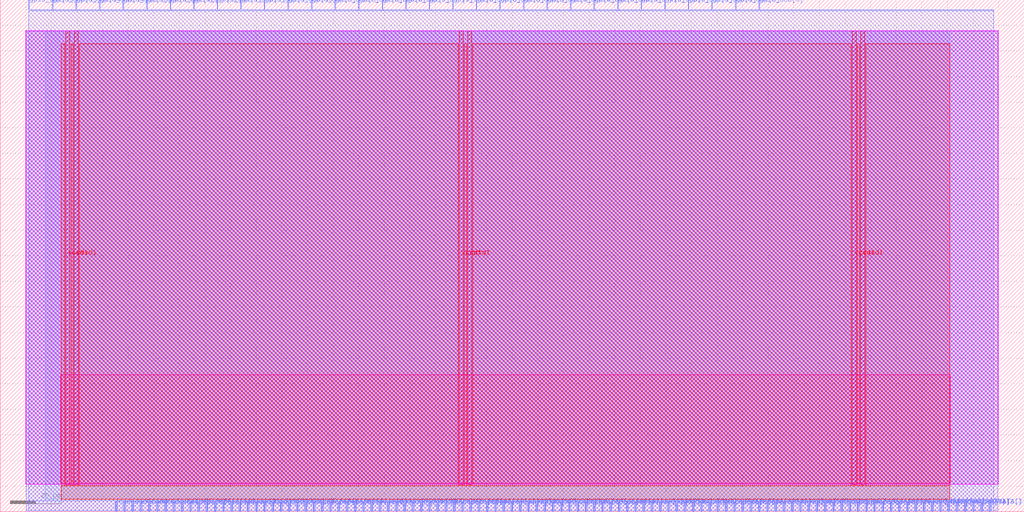
<source format=lef>
VERSION 5.7 ;
  NOWIREEXTENSIONATPIN ON ;
  DIVIDERCHAR "/" ;
  BUSBITCHARS "[]" ;
MACRO ahb_counter
  CLASS BLOCK ;
  FOREIGN ahb_counter ;
  ORIGIN 0.000 0.000 ;
  SIZE 400.000 BY 200.000 ;
  PIN HADDR[0]
    DIRECTION INPUT ;
    USE SIGNAL ;
    ANTENNAGATEAREA 0.126000 ;
    PORT
      LAYER met2 ;
        RECT 64.490 0.000 64.770 4.000 ;
    END
  END HADDR[0]
  PIN HADDR[10]
    DIRECTION INPUT ;
    USE SIGNAL ;
    ANTENNAGATEAREA 0.126000 ;
    PORT
      LAYER met2 ;
        RECT 177.190 0.000 177.470 4.000 ;
    END
  END HADDR[10]
  PIN HADDR[11]
    DIRECTION INPUT ;
    USE SIGNAL ;
    ANTENNAGATEAREA 0.126000 ;
    PORT
      LAYER met2 ;
        RECT 186.850 0.000 187.130 4.000 ;
    END
  END HADDR[11]
  PIN HADDR[12]
    DIRECTION INPUT ;
    USE SIGNAL ;
    ANTENNAGATEAREA 0.126000 ;
    PORT
      LAYER met2 ;
        RECT 196.510 0.000 196.790 4.000 ;
    END
  END HADDR[12]
  PIN HADDR[13]
    DIRECTION INPUT ;
    USE SIGNAL ;
    ANTENNAGATEAREA 0.126000 ;
    PORT
      LAYER met2 ;
        RECT 206.170 0.000 206.450 4.000 ;
    END
  END HADDR[13]
  PIN HADDR[14]
    DIRECTION INPUT ;
    USE SIGNAL ;
    ANTENNAGATEAREA 0.126000 ;
    PORT
      LAYER met2 ;
        RECT 215.830 0.000 216.110 4.000 ;
    END
  END HADDR[14]
  PIN HADDR[15]
    DIRECTION INPUT ;
    USE SIGNAL ;
    ANTENNAGATEAREA 0.126000 ;
    PORT
      LAYER met2 ;
        RECT 225.490 0.000 225.770 4.000 ;
    END
  END HADDR[15]
  PIN HADDR[16]
    DIRECTION INPUT ;
    USE SIGNAL ;
    PORT
      LAYER met2 ;
        RECT 235.150 0.000 235.430 4.000 ;
    END
  END HADDR[16]
  PIN HADDR[17]
    DIRECTION INPUT ;
    USE SIGNAL ;
    PORT
      LAYER met2 ;
        RECT 244.810 0.000 245.090 4.000 ;
    END
  END HADDR[17]
  PIN HADDR[18]
    DIRECTION INPUT ;
    USE SIGNAL ;
    PORT
      LAYER met2 ;
        RECT 254.470 0.000 254.750 4.000 ;
    END
  END HADDR[18]
  PIN HADDR[19]
    DIRECTION INPUT ;
    USE SIGNAL ;
    PORT
      LAYER met2 ;
        RECT 264.130 0.000 264.410 4.000 ;
    END
  END HADDR[19]
  PIN HADDR[1]
    DIRECTION INPUT ;
    USE SIGNAL ;
    ANTENNAGATEAREA 0.126000 ;
    PORT
      LAYER met2 ;
        RECT 80.590 0.000 80.870 4.000 ;
    END
  END HADDR[1]
  PIN HADDR[20]
    DIRECTION INPUT ;
    USE SIGNAL ;
    PORT
      LAYER met2 ;
        RECT 273.790 0.000 274.070 4.000 ;
    END
  END HADDR[20]
  PIN HADDR[21]
    DIRECTION INPUT ;
    USE SIGNAL ;
    PORT
      LAYER met2 ;
        RECT 283.450 0.000 283.730 4.000 ;
    END
  END HADDR[21]
  PIN HADDR[22]
    DIRECTION INPUT ;
    USE SIGNAL ;
    PORT
      LAYER met2 ;
        RECT 293.110 0.000 293.390 4.000 ;
    END
  END HADDR[22]
  PIN HADDR[23]
    DIRECTION INPUT ;
    USE SIGNAL ;
    PORT
      LAYER met2 ;
        RECT 302.770 0.000 303.050 4.000 ;
    END
  END HADDR[23]
  PIN HADDR[24]
    DIRECTION INPUT ;
    USE SIGNAL ;
    PORT
      LAYER met2 ;
        RECT 312.430 0.000 312.710 4.000 ;
    END
  END HADDR[24]
  PIN HADDR[25]
    DIRECTION INPUT ;
    USE SIGNAL ;
    PORT
      LAYER met2 ;
        RECT 322.090 0.000 322.370 4.000 ;
    END
  END HADDR[25]
  PIN HADDR[26]
    DIRECTION INPUT ;
    USE SIGNAL ;
    PORT
      LAYER met2 ;
        RECT 331.750 0.000 332.030 4.000 ;
    END
  END HADDR[26]
  PIN HADDR[27]
    DIRECTION INPUT ;
    USE SIGNAL ;
    PORT
      LAYER met2 ;
        RECT 341.410 0.000 341.690 4.000 ;
    END
  END HADDR[27]
  PIN HADDR[28]
    DIRECTION INPUT ;
    USE SIGNAL ;
    PORT
      LAYER met2 ;
        RECT 351.070 0.000 351.350 4.000 ;
    END
  END HADDR[28]
  PIN HADDR[29]
    DIRECTION INPUT ;
    USE SIGNAL ;
    PORT
      LAYER met2 ;
        RECT 360.730 0.000 361.010 4.000 ;
    END
  END HADDR[29]
  PIN HADDR[2]
    DIRECTION INPUT ;
    USE SIGNAL ;
    ANTENNAGATEAREA 0.126000 ;
    PORT
      LAYER met2 ;
        RECT 96.690 0.000 96.970 4.000 ;
    END
  END HADDR[2]
  PIN HADDR[30]
    DIRECTION INPUT ;
    USE SIGNAL ;
    PORT
      LAYER met2 ;
        RECT 370.390 0.000 370.670 4.000 ;
    END
  END HADDR[30]
  PIN HADDR[31]
    DIRECTION INPUT ;
    USE SIGNAL ;
    PORT
      LAYER met2 ;
        RECT 380.050 0.000 380.330 4.000 ;
    END
  END HADDR[31]
  PIN HADDR[3]
    DIRECTION INPUT ;
    USE SIGNAL ;
    ANTENNAGATEAREA 0.560700 ;
    ANTENNADIFFAREA 0.434700 ;
    PORT
      LAYER met2 ;
        RECT 109.570 0.000 109.850 4.000 ;
    END
  END HADDR[3]
  PIN HADDR[4]
    DIRECTION INPUT ;
    USE SIGNAL ;
    ANTENNAGATEAREA 0.126000 ;
    PORT
      LAYER met2 ;
        RECT 119.230 0.000 119.510 4.000 ;
    END
  END HADDR[4]
  PIN HADDR[5]
    DIRECTION INPUT ;
    USE SIGNAL ;
    ANTENNAGATEAREA 0.560700 ;
    ANTENNADIFFAREA 0.434700 ;
    PORT
      LAYER met2 ;
        RECT 128.890 0.000 129.170 4.000 ;
    END
  END HADDR[5]
  PIN HADDR[6]
    DIRECTION INPUT ;
    USE SIGNAL ;
    ANTENNAGATEAREA 0.126000 ;
    PORT
      LAYER met2 ;
        RECT 138.550 0.000 138.830 4.000 ;
    END
  END HADDR[6]
  PIN HADDR[7]
    DIRECTION INPUT ;
    USE SIGNAL ;
    ANTENNAGATEAREA 0.126000 ;
    PORT
      LAYER met2 ;
        RECT 148.210 0.000 148.490 4.000 ;
    END
  END HADDR[7]
  PIN HADDR[8]
    DIRECTION INPUT ;
    USE SIGNAL ;
    ANTENNAGATEAREA 0.560700 ;
    ANTENNADIFFAREA 0.434700 ;
    PORT
      LAYER met2 ;
        RECT 157.870 0.000 158.150 4.000 ;
    END
  END HADDR[8]
  PIN HADDR[9]
    DIRECTION INPUT ;
    USE SIGNAL ;
    ANTENNAGATEAREA 0.126000 ;
    PORT
      LAYER met2 ;
        RECT 167.530 0.000 167.810 4.000 ;
    END
  END HADDR[9]
  PIN HCLK
    DIRECTION INPUT ;
    USE SIGNAL ;
    ANTENNAGATEAREA 0.852000 ;
    PORT
      LAYER met2 ;
        RECT 45.170 0.000 45.450 4.000 ;
    END
  END HCLK
  PIN HRDATA[0]
    DIRECTION OUTPUT ;
    USE SIGNAL ;
    ANTENNADIFFAREA 2.673000 ;
    PORT
      LAYER met2 ;
        RECT 67.710 0.000 67.990 4.000 ;
    END
  END HRDATA[0]
  PIN HRDATA[10]
    DIRECTION OUTPUT ;
    USE SIGNAL ;
    ANTENNADIFFAREA 2.673000 ;
    PORT
      LAYER met2 ;
        RECT 180.410 0.000 180.690 4.000 ;
    END
  END HRDATA[10]
  PIN HRDATA[11]
    DIRECTION OUTPUT ;
    USE SIGNAL ;
    ANTENNADIFFAREA 2.673000 ;
    PORT
      LAYER met2 ;
        RECT 190.070 0.000 190.350 4.000 ;
    END
  END HRDATA[11]
  PIN HRDATA[12]
    DIRECTION OUTPUT ;
    USE SIGNAL ;
    ANTENNADIFFAREA 2.673000 ;
    PORT
      LAYER met2 ;
        RECT 199.730 0.000 200.010 4.000 ;
    END
  END HRDATA[12]
  PIN HRDATA[13]
    DIRECTION OUTPUT ;
    USE SIGNAL ;
    ANTENNADIFFAREA 2.673000 ;
    PORT
      LAYER met2 ;
        RECT 209.390 0.000 209.670 4.000 ;
    END
  END HRDATA[13]
  PIN HRDATA[14]
    DIRECTION OUTPUT ;
    USE SIGNAL ;
    ANTENNADIFFAREA 2.673000 ;
    PORT
      LAYER met2 ;
        RECT 219.050 0.000 219.330 4.000 ;
    END
  END HRDATA[14]
  PIN HRDATA[15]
    DIRECTION OUTPUT ;
    USE SIGNAL ;
    ANTENNADIFFAREA 2.673000 ;
    PORT
      LAYER met2 ;
        RECT 228.710 0.000 228.990 4.000 ;
    END
  END HRDATA[15]
  PIN HRDATA[16]
    DIRECTION OUTPUT ;
    USE SIGNAL ;
    ANTENNADIFFAREA 2.673000 ;
    PORT
      LAYER met2 ;
        RECT 238.370 0.000 238.650 4.000 ;
    END
  END HRDATA[16]
  PIN HRDATA[17]
    DIRECTION OUTPUT ;
    USE SIGNAL ;
    PORT
      LAYER met2 ;
        RECT 248.030 0.000 248.310 4.000 ;
    END
  END HRDATA[17]
  PIN HRDATA[18]
    DIRECTION OUTPUT ;
    USE SIGNAL ;
    ANTENNADIFFAREA 2.673000 ;
    PORT
      LAYER met2 ;
        RECT 257.690 0.000 257.970 4.000 ;
    END
  END HRDATA[18]
  PIN HRDATA[19]
    DIRECTION OUTPUT ;
    USE SIGNAL ;
    ANTENNADIFFAREA 2.673000 ;
    PORT
      LAYER met2 ;
        RECT 267.350 0.000 267.630 4.000 ;
    END
  END HRDATA[19]
  PIN HRDATA[1]
    DIRECTION OUTPUT ;
    USE SIGNAL ;
    ANTENNADIFFAREA 2.673000 ;
    PORT
      LAYER met2 ;
        RECT 83.810 0.000 84.090 4.000 ;
    END
  END HRDATA[1]
  PIN HRDATA[20]
    DIRECTION OUTPUT ;
    USE SIGNAL ;
    PORT
      LAYER met2 ;
        RECT 277.010 0.000 277.290 4.000 ;
    END
  END HRDATA[20]
  PIN HRDATA[21]
    DIRECTION OUTPUT ;
    USE SIGNAL ;
    ANTENNADIFFAREA 2.673000 ;
    PORT
      LAYER met2 ;
        RECT 286.670 0.000 286.950 4.000 ;
    END
  END HRDATA[21]
  PIN HRDATA[22]
    DIRECTION OUTPUT ;
    USE SIGNAL ;
    PORT
      LAYER met2 ;
        RECT 296.330 0.000 296.610 4.000 ;
    END
  END HRDATA[22]
  PIN HRDATA[23]
    DIRECTION OUTPUT ;
    USE SIGNAL ;
    ANTENNADIFFAREA 2.673000 ;
    PORT
      LAYER met2 ;
        RECT 305.990 0.000 306.270 4.000 ;
    END
  END HRDATA[23]
  PIN HRDATA[24]
    DIRECTION OUTPUT ;
    USE SIGNAL ;
    PORT
      LAYER met2 ;
        RECT 315.650 0.000 315.930 4.000 ;
    END
  END HRDATA[24]
  PIN HRDATA[25]
    DIRECTION OUTPUT ;
    USE SIGNAL ;
    ANTENNADIFFAREA 2.673000 ;
    PORT
      LAYER met2 ;
        RECT 325.310 0.000 325.590 4.000 ;
    END
  END HRDATA[25]
  PIN HRDATA[26]
    DIRECTION OUTPUT ;
    USE SIGNAL ;
    ANTENNADIFFAREA 2.673000 ;
    PORT
      LAYER met2 ;
        RECT 334.970 0.000 335.250 4.000 ;
    END
  END HRDATA[26]
  PIN HRDATA[27]
    DIRECTION OUTPUT ;
    USE SIGNAL ;
    ANTENNADIFFAREA 2.673000 ;
    PORT
      LAYER met2 ;
        RECT 344.630 0.000 344.910 4.000 ;
    END
  END HRDATA[27]
  PIN HRDATA[28]
    DIRECTION OUTPUT ;
    USE SIGNAL ;
    ANTENNADIFFAREA 2.673000 ;
    PORT
      LAYER met2 ;
        RECT 354.290 0.000 354.570 4.000 ;
    END
  END HRDATA[28]
  PIN HRDATA[29]
    DIRECTION OUTPUT ;
    USE SIGNAL ;
    PORT
      LAYER met2 ;
        RECT 363.950 0.000 364.230 4.000 ;
    END
  END HRDATA[29]
  PIN HRDATA[2]
    DIRECTION OUTPUT ;
    USE SIGNAL ;
    ANTENNADIFFAREA 2.673000 ;
    PORT
      LAYER met2 ;
        RECT 99.910 0.000 100.190 4.000 ;
    END
  END HRDATA[2]
  PIN HRDATA[30]
    DIRECTION OUTPUT ;
    USE SIGNAL ;
    ANTENNADIFFAREA 2.673000 ;
    PORT
      LAYER met2 ;
        RECT 373.610 0.000 373.890 4.000 ;
    END
  END HRDATA[30]
  PIN HRDATA[31]
    DIRECTION OUTPUT ;
    USE SIGNAL ;
    ANTENNADIFFAREA 2.673000 ;
    PORT
      LAYER met2 ;
        RECT 383.270 0.000 383.550 4.000 ;
    END
  END HRDATA[31]
  PIN HRDATA[3]
    DIRECTION OUTPUT ;
    USE SIGNAL ;
    ANTENNADIFFAREA 2.673000 ;
    PORT
      LAYER met2 ;
        RECT 112.790 0.000 113.070 4.000 ;
    END
  END HRDATA[3]
  PIN HRDATA[4]
    DIRECTION OUTPUT ;
    USE SIGNAL ;
    ANTENNADIFFAREA 3.180800 ;
    PORT
      LAYER met2 ;
        RECT 122.450 0.000 122.730 4.000 ;
    END
  END HRDATA[4]
  PIN HRDATA[5]
    DIRECTION OUTPUT ;
    USE SIGNAL ;
    ANTENNADIFFAREA 2.673000 ;
    PORT
      LAYER met2 ;
        RECT 132.110 0.000 132.390 4.000 ;
    END
  END HRDATA[5]
  PIN HRDATA[6]
    DIRECTION OUTPUT ;
    USE SIGNAL ;
    ANTENNADIFFAREA 2.673000 ;
    PORT
      LAYER met2 ;
        RECT 141.770 0.000 142.050 4.000 ;
    END
  END HRDATA[6]
  PIN HRDATA[7]
    DIRECTION OUTPUT ;
    USE SIGNAL ;
    ANTENNADIFFAREA 2.673000 ;
    PORT
      LAYER met2 ;
        RECT 151.430 0.000 151.710 4.000 ;
    END
  END HRDATA[7]
  PIN HRDATA[8]
    DIRECTION OUTPUT ;
    USE SIGNAL ;
    ANTENNADIFFAREA 2.673000 ;
    PORT
      LAYER met2 ;
        RECT 161.090 0.000 161.370 4.000 ;
    END
  END HRDATA[8]
  PIN HRDATA[9]
    DIRECTION OUTPUT ;
    USE SIGNAL ;
    ANTENNADIFFAREA 2.673000 ;
    PORT
      LAYER met2 ;
        RECT 170.750 0.000 171.030 4.000 ;
    END
  END HRDATA[9]
  PIN HREADY
    DIRECTION INPUT ;
    USE SIGNAL ;
    ANTENNAGATEAREA 0.126000 ;
    PORT
      LAYER met2 ;
        RECT 48.390 0.000 48.670 4.000 ;
    END
  END HREADY
  PIN HREADYOUT
    DIRECTION OUTPUT ;
    USE SIGNAL ;
    PORT
      LAYER met2 ;
        RECT 51.610 0.000 51.890 4.000 ;
    END
  END HREADYOUT
  PIN HRESETn
    DIRECTION INPUT ;
    USE SIGNAL ;
    ANTENNAGATEAREA 0.126000 ;
    PORT
      LAYER met2 ;
        RECT 54.830 0.000 55.110 4.000 ;
    END
  END HRESETn
  PIN HSEL
    DIRECTION INPUT ;
    USE SIGNAL ;
    ANTENNAGATEAREA 0.196500 ;
    PORT
      LAYER met2 ;
        RECT 58.050 0.000 58.330 4.000 ;
    END
  END HSEL
  PIN HSIZE[0]
    DIRECTION INPUT ;
    USE SIGNAL ;
    PORT
      LAYER met2 ;
        RECT 70.930 0.000 71.210 4.000 ;
    END
  END HSIZE[0]
  PIN HSIZE[1]
    DIRECTION INPUT ;
    USE SIGNAL ;
    PORT
      LAYER met2 ;
        RECT 87.030 0.000 87.310 4.000 ;
    END
  END HSIZE[1]
  PIN HSIZE[2]
    DIRECTION INPUT ;
    USE SIGNAL ;
    PORT
      LAYER met2 ;
        RECT 103.130 0.000 103.410 4.000 ;
    END
  END HSIZE[2]
  PIN HTRANS[0]
    DIRECTION INPUT ;
    USE SIGNAL ;
    PORT
      LAYER met2 ;
        RECT 74.150 0.000 74.430 4.000 ;
    END
  END HTRANS[0]
  PIN HTRANS[1]
    DIRECTION INPUT ;
    USE SIGNAL ;
    ANTENNAGATEAREA 0.560700 ;
    ANTENNADIFFAREA 0.434700 ;
    PORT
      LAYER met2 ;
        RECT 90.250 0.000 90.530 4.000 ;
    END
  END HTRANS[1]
  PIN HWDATA[0]
    DIRECTION INPUT ;
    USE SIGNAL ;
    ANTENNAGATEAREA 0.126000 ;
    PORT
      LAYER met2 ;
        RECT 77.370 0.000 77.650 4.000 ;
    END
  END HWDATA[0]
  PIN HWDATA[10]
    DIRECTION INPUT ;
    USE SIGNAL ;
    ANTENNAGATEAREA 0.126000 ;
    PORT
      LAYER met2 ;
        RECT 183.630 0.000 183.910 4.000 ;
    END
  END HWDATA[10]
  PIN HWDATA[11]
    DIRECTION INPUT ;
    USE SIGNAL ;
    ANTENNAGATEAREA 0.560700 ;
    ANTENNADIFFAREA 0.434700 ;
    PORT
      LAYER met2 ;
        RECT 193.290 0.000 193.570 4.000 ;
    END
  END HWDATA[11]
  PIN HWDATA[12]
    DIRECTION INPUT ;
    USE SIGNAL ;
    ANTENNAGATEAREA 0.126000 ;
    PORT
      LAYER met2 ;
        RECT 202.950 0.000 203.230 4.000 ;
    END
  END HWDATA[12]
  PIN HWDATA[13]
    DIRECTION INPUT ;
    USE SIGNAL ;
    ANTENNAGATEAREA 0.126000 ;
    PORT
      LAYER met2 ;
        RECT 212.610 0.000 212.890 4.000 ;
    END
  END HWDATA[13]
  PIN HWDATA[14]
    DIRECTION INPUT ;
    USE SIGNAL ;
    ANTENNAGATEAREA 0.126000 ;
    PORT
      LAYER met2 ;
        RECT 222.270 0.000 222.550 4.000 ;
    END
  END HWDATA[14]
  PIN HWDATA[15]
    DIRECTION INPUT ;
    USE SIGNAL ;
    ANTENNAGATEAREA 0.126000 ;
    PORT
      LAYER met2 ;
        RECT 231.930 0.000 232.210 4.000 ;
    END
  END HWDATA[15]
  PIN HWDATA[16]
    DIRECTION INPUT ;
    USE SIGNAL ;
    PORT
      LAYER met2 ;
        RECT 241.590 0.000 241.870 4.000 ;
    END
  END HWDATA[16]
  PIN HWDATA[17]
    DIRECTION INPUT ;
    USE SIGNAL ;
    PORT
      LAYER met2 ;
        RECT 251.250 0.000 251.530 4.000 ;
    END
  END HWDATA[17]
  PIN HWDATA[18]
    DIRECTION INPUT ;
    USE SIGNAL ;
    PORT
      LAYER met2 ;
        RECT 260.910 0.000 261.190 4.000 ;
    END
  END HWDATA[18]
  PIN HWDATA[19]
    DIRECTION INPUT ;
    USE SIGNAL ;
    PORT
      LAYER met2 ;
        RECT 270.570 0.000 270.850 4.000 ;
    END
  END HWDATA[19]
  PIN HWDATA[1]
    DIRECTION INPUT ;
    USE SIGNAL ;
    ANTENNAGATEAREA 0.560700 ;
    ANTENNADIFFAREA 0.434700 ;
    PORT
      LAYER met2 ;
        RECT 93.470 0.000 93.750 4.000 ;
    END
  END HWDATA[1]
  PIN HWDATA[20]
    DIRECTION INPUT ;
    USE SIGNAL ;
    PORT
      LAYER met2 ;
        RECT 280.230 0.000 280.510 4.000 ;
    END
  END HWDATA[20]
  PIN HWDATA[21]
    DIRECTION INPUT ;
    USE SIGNAL ;
    PORT
      LAYER met2 ;
        RECT 289.890 0.000 290.170 4.000 ;
    END
  END HWDATA[21]
  PIN HWDATA[22]
    DIRECTION INPUT ;
    USE SIGNAL ;
    PORT
      LAYER met2 ;
        RECT 299.550 0.000 299.830 4.000 ;
    END
  END HWDATA[22]
  PIN HWDATA[23]
    DIRECTION INPUT ;
    USE SIGNAL ;
    PORT
      LAYER met2 ;
        RECT 309.210 0.000 309.490 4.000 ;
    END
  END HWDATA[23]
  PIN HWDATA[24]
    DIRECTION INPUT ;
    USE SIGNAL ;
    PORT
      LAYER met2 ;
        RECT 318.870 0.000 319.150 4.000 ;
    END
  END HWDATA[24]
  PIN HWDATA[25]
    DIRECTION INPUT ;
    USE SIGNAL ;
    PORT
      LAYER met2 ;
        RECT 328.530 0.000 328.810 4.000 ;
    END
  END HWDATA[25]
  PIN HWDATA[26]
    DIRECTION INPUT ;
    USE SIGNAL ;
    PORT
      LAYER met2 ;
        RECT 338.190 0.000 338.470 4.000 ;
    END
  END HWDATA[26]
  PIN HWDATA[27]
    DIRECTION INPUT ;
    USE SIGNAL ;
    PORT
      LAYER met2 ;
        RECT 347.850 0.000 348.130 4.000 ;
    END
  END HWDATA[27]
  PIN HWDATA[28]
    DIRECTION INPUT ;
    USE SIGNAL ;
    PORT
      LAYER met2 ;
        RECT 357.510 0.000 357.790 4.000 ;
    END
  END HWDATA[28]
  PIN HWDATA[29]
    DIRECTION INPUT ;
    USE SIGNAL ;
    PORT
      LAYER met2 ;
        RECT 367.170 0.000 367.450 4.000 ;
    END
  END HWDATA[29]
  PIN HWDATA[2]
    DIRECTION INPUT ;
    USE SIGNAL ;
    ANTENNAGATEAREA 0.560700 ;
    ANTENNADIFFAREA 0.434700 ;
    PORT
      LAYER met2 ;
        RECT 106.350 0.000 106.630 4.000 ;
    END
  END HWDATA[2]
  PIN HWDATA[30]
    DIRECTION INPUT ;
    USE SIGNAL ;
    PORT
      LAYER met2 ;
        RECT 376.830 0.000 377.110 4.000 ;
    END
  END HWDATA[30]
  PIN HWDATA[31]
    DIRECTION INPUT ;
    USE SIGNAL ;
    PORT
      LAYER met2 ;
        RECT 386.490 0.000 386.770 4.000 ;
    END
  END HWDATA[31]
  PIN HWDATA[3]
    DIRECTION INPUT ;
    USE SIGNAL ;
    ANTENNAGATEAREA 0.560700 ;
    ANTENNADIFFAREA 0.434700 ;
    PORT
      LAYER met2 ;
        RECT 116.010 0.000 116.290 4.000 ;
    END
  END HWDATA[3]
  PIN HWDATA[4]
    DIRECTION INPUT ;
    USE SIGNAL ;
    ANTENNAGATEAREA 0.560700 ;
    ANTENNADIFFAREA 0.434700 ;
    PORT
      LAYER met2 ;
        RECT 125.670 0.000 125.950 4.000 ;
    END
  END HWDATA[4]
  PIN HWDATA[5]
    DIRECTION INPUT ;
    USE SIGNAL ;
    ANTENNAGATEAREA 0.560700 ;
    ANTENNADIFFAREA 0.434700 ;
    PORT
      LAYER met2 ;
        RECT 135.330 0.000 135.610 4.000 ;
    END
  END HWDATA[5]
  PIN HWDATA[6]
    DIRECTION INPUT ;
    USE SIGNAL ;
    ANTENNAGATEAREA 0.560700 ;
    ANTENNADIFFAREA 0.434700 ;
    PORT
      LAYER met2 ;
        RECT 144.990 0.000 145.270 4.000 ;
    END
  END HWDATA[6]
  PIN HWDATA[7]
    DIRECTION INPUT ;
    USE SIGNAL ;
    ANTENNAGATEAREA 0.126000 ;
    PORT
      LAYER met2 ;
        RECT 154.650 0.000 154.930 4.000 ;
    END
  END HWDATA[7]
  PIN HWDATA[8]
    DIRECTION INPUT ;
    USE SIGNAL ;
    ANTENNAGATEAREA 0.126000 ;
    PORT
      LAYER met2 ;
        RECT 164.310 0.000 164.590 4.000 ;
    END
  END HWDATA[8]
  PIN HWDATA[9]
    DIRECTION INPUT ;
    USE SIGNAL ;
    ANTENNAGATEAREA 0.560700 ;
    ANTENNADIFFAREA 0.434700 ;
    PORT
      LAYER met2 ;
        RECT 173.970 0.000 174.250 4.000 ;
    END
  END HWDATA[9]
  PIN HWRITE
    DIRECTION INPUT ;
    USE SIGNAL ;
    ANTENNAGATEAREA 0.126000 ;
    PORT
      LAYER met2 ;
        RECT 61.270 0.000 61.550 4.000 ;
    END
  END HWRITE
  PIN gpio_oeb[0]
    DIRECTION OUTPUT ;
    USE SIGNAL ;
    ANTENNADIFFAREA 2.673000 ;
    PORT
      LAYER met2 ;
        RECT 296.330 196.000 296.610 200.000 ;
    END
  END gpio_oeb[0]
  PIN gpio_oeb[10]
    DIRECTION OUTPUT ;
    USE SIGNAL ;
    ANTENNADIFFAREA 2.673000 ;
    PORT
      LAYER met2 ;
        RECT 112.330 196.000 112.610 200.000 ;
    END
  END gpio_oeb[10]
  PIN gpio_oeb[11]
    DIRECTION OUTPUT ;
    USE SIGNAL ;
    ANTENNADIFFAREA 2.673000 ;
    PORT
      LAYER met2 ;
        RECT 93.930 196.000 94.210 200.000 ;
    END
  END gpio_oeb[11]
  PIN gpio_oeb[12]
    DIRECTION OUTPUT ;
    USE SIGNAL ;
    ANTENNADIFFAREA 2.673000 ;
    PORT
      LAYER met2 ;
        RECT 75.530 196.000 75.810 200.000 ;
    END
  END gpio_oeb[12]
  PIN gpio_oeb[13]
    DIRECTION OUTPUT ;
    USE SIGNAL ;
    ANTENNADIFFAREA 2.673000 ;
    PORT
      LAYER met2 ;
        RECT 57.130 196.000 57.410 200.000 ;
    END
  END gpio_oeb[13]
  PIN gpio_oeb[14]
    DIRECTION OUTPUT ;
    USE SIGNAL ;
    ANTENNADIFFAREA 2.673000 ;
    PORT
      LAYER met2 ;
        RECT 38.730 196.000 39.010 200.000 ;
    END
  END gpio_oeb[14]
  PIN gpio_oeb[15]
    DIRECTION OUTPUT ;
    USE SIGNAL ;
    ANTENNADIFFAREA 2.673000 ;
    PORT
      LAYER met2 ;
        RECT 20.330 196.000 20.610 200.000 ;
    END
  END gpio_oeb[15]
  PIN gpio_oeb[1]
    DIRECTION OUTPUT ;
    USE SIGNAL ;
    ANTENNADIFFAREA 2.673000 ;
    PORT
      LAYER met2 ;
        RECT 277.930 196.000 278.210 200.000 ;
    END
  END gpio_oeb[1]
  PIN gpio_oeb[2]
    DIRECTION OUTPUT ;
    USE SIGNAL ;
    ANTENNADIFFAREA 2.673000 ;
    PORT
      LAYER met2 ;
        RECT 259.530 196.000 259.810 200.000 ;
    END
  END gpio_oeb[2]
  PIN gpio_oeb[3]
    DIRECTION OUTPUT ;
    USE SIGNAL ;
    ANTENNADIFFAREA 2.673000 ;
    PORT
      LAYER met2 ;
        RECT 241.130 196.000 241.410 200.000 ;
    END
  END gpio_oeb[3]
  PIN gpio_oeb[4]
    DIRECTION OUTPUT ;
    USE SIGNAL ;
    ANTENNADIFFAREA 2.673000 ;
    PORT
      LAYER met2 ;
        RECT 222.730 196.000 223.010 200.000 ;
    END
  END gpio_oeb[4]
  PIN gpio_oeb[5]
    DIRECTION OUTPUT ;
    USE SIGNAL ;
    ANTENNADIFFAREA 2.673000 ;
    PORT
      LAYER met2 ;
        RECT 204.330 196.000 204.610 200.000 ;
    END
  END gpio_oeb[5]
  PIN gpio_oeb[6]
    DIRECTION OUTPUT ;
    USE SIGNAL ;
    ANTENNADIFFAREA 2.673000 ;
    PORT
      LAYER met2 ;
        RECT 185.930 196.000 186.210 200.000 ;
    END
  END gpio_oeb[6]
  PIN gpio_oeb[7]
    DIRECTION OUTPUT ;
    USE SIGNAL ;
    ANTENNADIFFAREA 2.673000 ;
    PORT
      LAYER met2 ;
        RECT 167.530 196.000 167.810 200.000 ;
    END
  END gpio_oeb[7]
  PIN gpio_oeb[8]
    DIRECTION OUTPUT ;
    USE SIGNAL ;
    ANTENNADIFFAREA 2.673000 ;
    PORT
      LAYER met2 ;
        RECT 149.130 196.000 149.410 200.000 ;
    END
  END gpio_oeb[8]
  PIN gpio_oeb[9]
    DIRECTION OUTPUT ;
    USE SIGNAL ;
    ANTENNADIFFAREA 2.673000 ;
    PORT
      LAYER met2 ;
        RECT 130.730 196.000 131.010 200.000 ;
    END
  END gpio_oeb[9]
  PIN gpio_out[0]
    DIRECTION OUTPUT ;
    USE SIGNAL ;
    ANTENNADIFFAREA 2.673000 ;
    PORT
      LAYER met2 ;
        RECT 287.130 196.000 287.410 200.000 ;
    END
  END gpio_out[0]
  PIN gpio_out[10]
    DIRECTION OUTPUT ;
    USE SIGNAL ;
    ANTENNADIFFAREA 2.673000 ;
    PORT
      LAYER met2 ;
        RECT 103.130 196.000 103.410 200.000 ;
    END
  END gpio_out[10]
  PIN gpio_out[11]
    DIRECTION OUTPUT ;
    USE SIGNAL ;
    ANTENNADIFFAREA 2.673000 ;
    PORT
      LAYER met2 ;
        RECT 84.730 196.000 85.010 200.000 ;
    END
  END gpio_out[11]
  PIN gpio_out[12]
    DIRECTION OUTPUT ;
    USE SIGNAL ;
    ANTENNADIFFAREA 2.673000 ;
    PORT
      LAYER met2 ;
        RECT 66.330 196.000 66.610 200.000 ;
    END
  END gpio_out[12]
  PIN gpio_out[13]
    DIRECTION OUTPUT ;
    USE SIGNAL ;
    ANTENNADIFFAREA 2.673000 ;
    PORT
      LAYER met2 ;
        RECT 47.930 196.000 48.210 200.000 ;
    END
  END gpio_out[13]
  PIN gpio_out[14]
    DIRECTION OUTPUT ;
    USE SIGNAL ;
    ANTENNADIFFAREA 2.673000 ;
    PORT
      LAYER met2 ;
        RECT 29.530 196.000 29.810 200.000 ;
    END
  END gpio_out[14]
  PIN gpio_out[15]
    DIRECTION OUTPUT ;
    USE SIGNAL ;
    ANTENNADIFFAREA 2.673000 ;
    PORT
      LAYER met2 ;
        RECT 11.130 196.000 11.410 200.000 ;
    END
  END gpio_out[15]
  PIN gpio_out[1]
    DIRECTION OUTPUT ;
    USE SIGNAL ;
    ANTENNADIFFAREA 2.673000 ;
    PORT
      LAYER met2 ;
        RECT 268.730 196.000 269.010 200.000 ;
    END
  END gpio_out[1]
  PIN gpio_out[2]
    DIRECTION OUTPUT ;
    USE SIGNAL ;
    ANTENNADIFFAREA 2.673000 ;
    PORT
      LAYER met2 ;
        RECT 250.330 196.000 250.610 200.000 ;
    END
  END gpio_out[2]
  PIN gpio_out[3]
    DIRECTION OUTPUT ;
    USE SIGNAL ;
    ANTENNADIFFAREA 2.673000 ;
    PORT
      LAYER met2 ;
        RECT 231.930 196.000 232.210 200.000 ;
    END
  END gpio_out[3]
  PIN gpio_out[4]
    DIRECTION OUTPUT ;
    USE SIGNAL ;
    ANTENNADIFFAREA 2.673000 ;
    PORT
      LAYER met2 ;
        RECT 213.530 196.000 213.810 200.000 ;
    END
  END gpio_out[4]
  PIN gpio_out[5]
    DIRECTION OUTPUT ;
    USE SIGNAL ;
    ANTENNADIFFAREA 2.673000 ;
    PORT
      LAYER met2 ;
        RECT 195.130 196.000 195.410 200.000 ;
    END
  END gpio_out[5]
  PIN gpio_out[6]
    DIRECTION OUTPUT ;
    USE SIGNAL ;
    ANTENNADIFFAREA 2.673000 ;
    PORT
      LAYER met2 ;
        RECT 176.730 196.000 177.010 200.000 ;
    END
  END gpio_out[6]
  PIN gpio_out[7]
    DIRECTION OUTPUT ;
    USE SIGNAL ;
    ANTENNADIFFAREA 2.673000 ;
    PORT
      LAYER met2 ;
        RECT 158.330 196.000 158.610 200.000 ;
    END
  END gpio_out[7]
  PIN gpio_out[8]
    DIRECTION OUTPUT ;
    USE SIGNAL ;
    ANTENNADIFFAREA 2.673000 ;
    PORT
      LAYER met2 ;
        RECT 139.930 196.000 140.210 200.000 ;
    END
  END gpio_out[8]
  PIN gpio_out[9]
    DIRECTION OUTPUT ;
    USE SIGNAL ;
    ANTENNADIFFAREA 2.673000 ;
    PORT
      LAYER met2 ;
        RECT 121.530 196.000 121.810 200.000 ;
    END
  END gpio_out[9]
  PIN vccd1
    DIRECTION INOUT ;
    USE POWER ;
    PORT
      LAYER met4 ;
        RECT 25.640 10.640 27.240 187.920 ;
    END
    PORT
      LAYER met4 ;
        RECT 179.240 10.640 180.840 187.920 ;
    END
    PORT
      LAYER met4 ;
        RECT 332.840 10.640 334.440 187.920 ;
    END
  END vccd1
  PIN vssd1
    DIRECTION INOUT ;
    USE GROUND ;
    PORT
      LAYER met4 ;
        RECT 28.940 10.640 30.540 187.920 ;
    END
    PORT
      LAYER met4 ;
        RECT 182.540 10.640 184.140 187.920 ;
    END
    PORT
      LAYER met4 ;
        RECT 336.140 10.640 337.740 187.920 ;
    END
  END vssd1
  OBS
      LAYER nwell ;
        RECT 9.930 10.795 389.810 187.870 ;
      LAYER li1 ;
        RECT 10.120 10.795 389.620 187.765 ;
      LAYER met1 ;
        RECT 10.120 0.380 389.620 187.920 ;
      LAYER met2 ;
        RECT 11.690 195.720 20.050 196.000 ;
        RECT 20.890 195.720 29.250 196.000 ;
        RECT 30.090 195.720 38.450 196.000 ;
        RECT 39.290 195.720 47.650 196.000 ;
        RECT 48.490 195.720 56.850 196.000 ;
        RECT 57.690 195.720 66.050 196.000 ;
        RECT 66.890 195.720 75.250 196.000 ;
        RECT 76.090 195.720 84.450 196.000 ;
        RECT 85.290 195.720 93.650 196.000 ;
        RECT 94.490 195.720 102.850 196.000 ;
        RECT 103.690 195.720 112.050 196.000 ;
        RECT 112.890 195.720 121.250 196.000 ;
        RECT 122.090 195.720 130.450 196.000 ;
        RECT 131.290 195.720 139.650 196.000 ;
        RECT 140.490 195.720 148.850 196.000 ;
        RECT 149.690 195.720 158.050 196.000 ;
        RECT 158.890 195.720 167.250 196.000 ;
        RECT 168.090 195.720 176.450 196.000 ;
        RECT 177.290 195.720 185.650 196.000 ;
        RECT 186.490 195.720 194.850 196.000 ;
        RECT 195.690 195.720 204.050 196.000 ;
        RECT 204.890 195.720 213.250 196.000 ;
        RECT 214.090 195.720 222.450 196.000 ;
        RECT 223.290 195.720 231.650 196.000 ;
        RECT 232.490 195.720 240.850 196.000 ;
        RECT 241.690 195.720 250.050 196.000 ;
        RECT 250.890 195.720 259.250 196.000 ;
        RECT 260.090 195.720 268.450 196.000 ;
        RECT 269.290 195.720 277.650 196.000 ;
        RECT 278.490 195.720 286.850 196.000 ;
        RECT 287.690 195.720 296.050 196.000 ;
        RECT 296.890 195.720 388.140 196.000 ;
        RECT 11.140 4.280 388.140 195.720 ;
        RECT 11.140 0.350 44.890 4.280 ;
        RECT 45.730 0.350 48.110 4.280 ;
        RECT 48.950 0.350 51.330 4.280 ;
        RECT 52.170 0.350 54.550 4.280 ;
        RECT 55.390 0.350 57.770 4.280 ;
        RECT 58.610 0.350 60.990 4.280 ;
        RECT 61.830 0.350 64.210 4.280 ;
        RECT 65.050 0.350 67.430 4.280 ;
        RECT 68.270 0.350 70.650 4.280 ;
        RECT 71.490 0.350 73.870 4.280 ;
        RECT 74.710 0.350 77.090 4.280 ;
        RECT 77.930 0.350 80.310 4.280 ;
        RECT 81.150 0.350 83.530 4.280 ;
        RECT 84.370 0.350 86.750 4.280 ;
        RECT 87.590 0.350 89.970 4.280 ;
        RECT 90.810 0.350 93.190 4.280 ;
        RECT 94.030 0.350 96.410 4.280 ;
        RECT 97.250 0.350 99.630 4.280 ;
        RECT 100.470 0.350 102.850 4.280 ;
        RECT 103.690 0.350 106.070 4.280 ;
        RECT 106.910 0.350 109.290 4.280 ;
        RECT 110.130 0.350 112.510 4.280 ;
        RECT 113.350 0.350 115.730 4.280 ;
        RECT 116.570 0.350 118.950 4.280 ;
        RECT 119.790 0.350 122.170 4.280 ;
        RECT 123.010 0.350 125.390 4.280 ;
        RECT 126.230 0.350 128.610 4.280 ;
        RECT 129.450 0.350 131.830 4.280 ;
        RECT 132.670 0.350 135.050 4.280 ;
        RECT 135.890 0.350 138.270 4.280 ;
        RECT 139.110 0.350 141.490 4.280 ;
        RECT 142.330 0.350 144.710 4.280 ;
        RECT 145.550 0.350 147.930 4.280 ;
        RECT 148.770 0.350 151.150 4.280 ;
        RECT 151.990 0.350 154.370 4.280 ;
        RECT 155.210 0.350 157.590 4.280 ;
        RECT 158.430 0.350 160.810 4.280 ;
        RECT 161.650 0.350 164.030 4.280 ;
        RECT 164.870 0.350 167.250 4.280 ;
        RECT 168.090 0.350 170.470 4.280 ;
        RECT 171.310 0.350 173.690 4.280 ;
        RECT 174.530 0.350 176.910 4.280 ;
        RECT 177.750 0.350 180.130 4.280 ;
        RECT 180.970 0.350 183.350 4.280 ;
        RECT 184.190 0.350 186.570 4.280 ;
        RECT 187.410 0.350 189.790 4.280 ;
        RECT 190.630 0.350 193.010 4.280 ;
        RECT 193.850 0.350 196.230 4.280 ;
        RECT 197.070 0.350 199.450 4.280 ;
        RECT 200.290 0.350 202.670 4.280 ;
        RECT 203.510 0.350 205.890 4.280 ;
        RECT 206.730 0.350 209.110 4.280 ;
        RECT 209.950 0.350 212.330 4.280 ;
        RECT 213.170 0.350 215.550 4.280 ;
        RECT 216.390 0.350 218.770 4.280 ;
        RECT 219.610 0.350 221.990 4.280 ;
        RECT 222.830 0.350 225.210 4.280 ;
        RECT 226.050 0.350 228.430 4.280 ;
        RECT 229.270 0.350 231.650 4.280 ;
        RECT 232.490 0.350 234.870 4.280 ;
        RECT 235.710 0.350 238.090 4.280 ;
        RECT 238.930 0.350 241.310 4.280 ;
        RECT 242.150 0.350 244.530 4.280 ;
        RECT 245.370 0.350 247.750 4.280 ;
        RECT 248.590 0.350 250.970 4.280 ;
        RECT 251.810 0.350 254.190 4.280 ;
        RECT 255.030 0.350 257.410 4.280 ;
        RECT 258.250 0.350 260.630 4.280 ;
        RECT 261.470 0.350 263.850 4.280 ;
        RECT 264.690 0.350 267.070 4.280 ;
        RECT 267.910 0.350 270.290 4.280 ;
        RECT 271.130 0.350 273.510 4.280 ;
        RECT 274.350 0.350 276.730 4.280 ;
        RECT 277.570 0.350 279.950 4.280 ;
        RECT 280.790 0.350 283.170 4.280 ;
        RECT 284.010 0.350 286.390 4.280 ;
        RECT 287.230 0.350 289.610 4.280 ;
        RECT 290.450 0.350 292.830 4.280 ;
        RECT 293.670 0.350 296.050 4.280 ;
        RECT 296.890 0.350 299.270 4.280 ;
        RECT 300.110 0.350 302.490 4.280 ;
        RECT 303.330 0.350 305.710 4.280 ;
        RECT 306.550 0.350 308.930 4.280 ;
        RECT 309.770 0.350 312.150 4.280 ;
        RECT 312.990 0.350 315.370 4.280 ;
        RECT 316.210 0.350 318.590 4.280 ;
        RECT 319.430 0.350 321.810 4.280 ;
        RECT 322.650 0.350 325.030 4.280 ;
        RECT 325.870 0.350 328.250 4.280 ;
        RECT 329.090 0.350 331.470 4.280 ;
        RECT 332.310 0.350 334.690 4.280 ;
        RECT 335.530 0.350 337.910 4.280 ;
        RECT 338.750 0.350 341.130 4.280 ;
        RECT 341.970 0.350 344.350 4.280 ;
        RECT 345.190 0.350 347.570 4.280 ;
        RECT 348.410 0.350 350.790 4.280 ;
        RECT 351.630 0.350 354.010 4.280 ;
        RECT 354.850 0.350 357.230 4.280 ;
        RECT 358.070 0.350 360.450 4.280 ;
        RECT 361.290 0.350 363.670 4.280 ;
        RECT 364.510 0.350 366.890 4.280 ;
        RECT 367.730 0.350 370.110 4.280 ;
        RECT 370.950 0.350 373.330 4.280 ;
        RECT 374.170 0.350 376.550 4.280 ;
        RECT 377.390 0.350 379.770 4.280 ;
        RECT 380.610 0.350 382.990 4.280 ;
        RECT 383.830 0.350 386.210 4.280 ;
        RECT 387.050 0.350 388.140 4.280 ;
      LAYER met3 ;
        RECT 17.545 4.935 370.920 187.845 ;
      LAYER met4 ;
        RECT 23.790 10.240 25.240 182.745 ;
        RECT 27.640 10.240 28.540 182.745 ;
        RECT 30.940 10.240 178.840 182.745 ;
        RECT 181.240 10.240 182.140 182.745 ;
        RECT 184.540 10.240 332.440 182.745 ;
        RECT 334.840 10.240 335.740 182.745 ;
        RECT 338.140 10.240 370.890 182.745 ;
        RECT 23.790 4.935 370.890 10.240 ;
      LAYER met5 ;
        RECT 23.580 11.100 371.100 53.500 ;
  END
END ahb_counter
END LIBRARY


</source>
